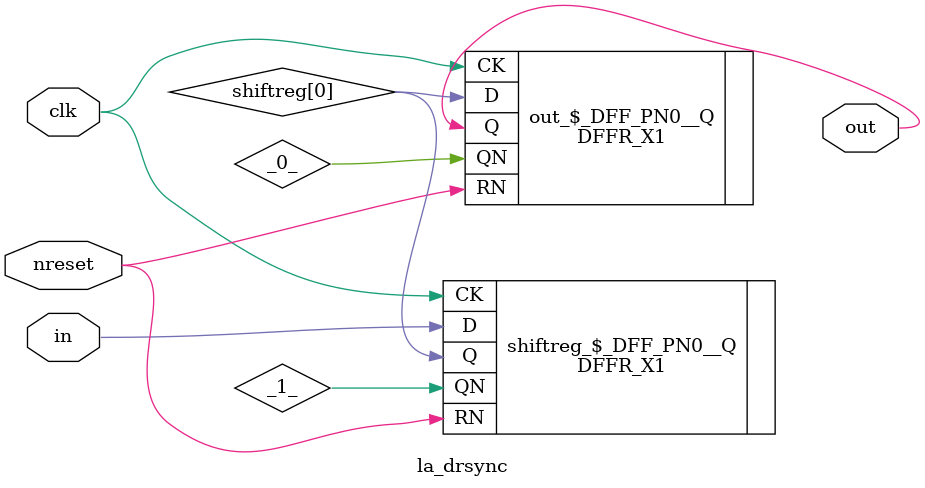
<source format=v>
/* Generated by Yosys 0.37 (git sha1 a5c7f69ed, clang 14.0.0-1ubuntu1.1 -fPIC -Os) */

module la_drsync(clk, in, nreset, out);
  wire _0_;
  wire _1_;
  input clk;
  wire clk;
  input in;
  wire in;
  input nreset;
  wire nreset;
  output out;
  wire out;
  wire \shiftreg[0] ;
  DFFR_X1 \out_$_DFF_PN0__Q  (
    .CK(clk),
    .D(\shiftreg[0] ),
    .Q(out),
    .QN(_0_),
    .RN(nreset)
  );
  DFFR_X1 \shiftreg_$_DFF_PN0__Q  (
    .CK(clk),
    .D(in),
    .Q(\shiftreg[0] ),
    .QN(_1_),
    .RN(nreset)
  );
endmodule

</source>
